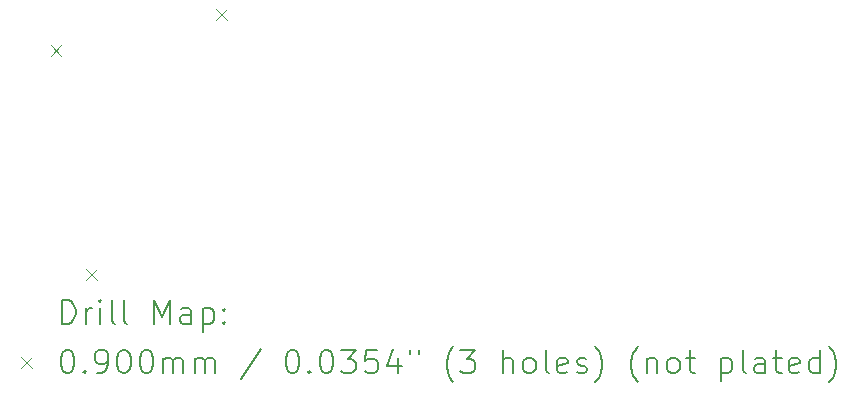
<source format=gbr>
%TF.GenerationSoftware,KiCad,Pcbnew,6.0.10+dfsg-1~bpo11+1*%
%TF.ProjectId,mag,6d61672e-6b69-4636-9164-5f7063625858,rev?*%
%TF.SameCoordinates,Original*%
%TF.FileFunction,Drillmap*%
%TF.FilePolarity,Positive*%
%FSLAX45Y45*%
G04 Gerber Fmt 4.5, Leading zero omitted, Abs format (unit mm)*
%MOMM*%
%LPD*%
G01*
G04 APERTURE LIST*
%ADD10C,0.200000*%
%ADD11C,0.090000*%
G04 APERTURE END LIST*
D10*
D11*
X12805000Y-10555000D02*
X12895000Y-10645000D01*
X12895000Y-10555000D02*
X12805000Y-10645000D01*
X13105000Y-12455000D02*
X13195000Y-12545000D01*
X13195000Y-12455000D02*
X13105000Y-12545000D01*
X14205000Y-10255000D02*
X14295000Y-10345000D01*
X14295000Y-10255000D02*
X14205000Y-10345000D01*
D10*
X12901619Y-12916476D02*
X12901619Y-12716476D01*
X12949238Y-12716476D01*
X12977809Y-12726000D01*
X12996857Y-12745048D01*
X13006381Y-12764095D01*
X13015905Y-12802190D01*
X13015905Y-12830762D01*
X13006381Y-12868857D01*
X12996857Y-12887905D01*
X12977809Y-12906952D01*
X12949238Y-12916476D01*
X12901619Y-12916476D01*
X13101619Y-12916476D02*
X13101619Y-12783143D01*
X13101619Y-12821238D02*
X13111143Y-12802190D01*
X13120667Y-12792667D01*
X13139714Y-12783143D01*
X13158762Y-12783143D01*
X13225428Y-12916476D02*
X13225428Y-12783143D01*
X13225428Y-12716476D02*
X13215905Y-12726000D01*
X13225428Y-12735524D01*
X13234952Y-12726000D01*
X13225428Y-12716476D01*
X13225428Y-12735524D01*
X13349238Y-12916476D02*
X13330190Y-12906952D01*
X13320667Y-12887905D01*
X13320667Y-12716476D01*
X13454000Y-12916476D02*
X13434952Y-12906952D01*
X13425428Y-12887905D01*
X13425428Y-12716476D01*
X13682571Y-12916476D02*
X13682571Y-12716476D01*
X13749238Y-12859333D01*
X13815905Y-12716476D01*
X13815905Y-12916476D01*
X13996857Y-12916476D02*
X13996857Y-12811714D01*
X13987333Y-12792667D01*
X13968286Y-12783143D01*
X13930190Y-12783143D01*
X13911143Y-12792667D01*
X13996857Y-12906952D02*
X13977809Y-12916476D01*
X13930190Y-12916476D01*
X13911143Y-12906952D01*
X13901619Y-12887905D01*
X13901619Y-12868857D01*
X13911143Y-12849809D01*
X13930190Y-12840286D01*
X13977809Y-12840286D01*
X13996857Y-12830762D01*
X14092095Y-12783143D02*
X14092095Y-12983143D01*
X14092095Y-12792667D02*
X14111143Y-12783143D01*
X14149238Y-12783143D01*
X14168286Y-12792667D01*
X14177809Y-12802190D01*
X14187333Y-12821238D01*
X14187333Y-12878381D01*
X14177809Y-12897428D01*
X14168286Y-12906952D01*
X14149238Y-12916476D01*
X14111143Y-12916476D01*
X14092095Y-12906952D01*
X14273048Y-12897428D02*
X14282571Y-12906952D01*
X14273048Y-12916476D01*
X14263524Y-12906952D01*
X14273048Y-12897428D01*
X14273048Y-12916476D01*
X14273048Y-12792667D02*
X14282571Y-12802190D01*
X14273048Y-12811714D01*
X14263524Y-12802190D01*
X14273048Y-12792667D01*
X14273048Y-12811714D01*
D11*
X12554000Y-13201000D02*
X12644000Y-13291000D01*
X12644000Y-13201000D02*
X12554000Y-13291000D01*
D10*
X12939714Y-13136476D02*
X12958762Y-13136476D01*
X12977809Y-13146000D01*
X12987333Y-13155524D01*
X12996857Y-13174571D01*
X13006381Y-13212667D01*
X13006381Y-13260286D01*
X12996857Y-13298381D01*
X12987333Y-13317428D01*
X12977809Y-13326952D01*
X12958762Y-13336476D01*
X12939714Y-13336476D01*
X12920667Y-13326952D01*
X12911143Y-13317428D01*
X12901619Y-13298381D01*
X12892095Y-13260286D01*
X12892095Y-13212667D01*
X12901619Y-13174571D01*
X12911143Y-13155524D01*
X12920667Y-13146000D01*
X12939714Y-13136476D01*
X13092095Y-13317428D02*
X13101619Y-13326952D01*
X13092095Y-13336476D01*
X13082571Y-13326952D01*
X13092095Y-13317428D01*
X13092095Y-13336476D01*
X13196857Y-13336476D02*
X13234952Y-13336476D01*
X13254000Y-13326952D01*
X13263524Y-13317428D01*
X13282571Y-13288857D01*
X13292095Y-13250762D01*
X13292095Y-13174571D01*
X13282571Y-13155524D01*
X13273048Y-13146000D01*
X13254000Y-13136476D01*
X13215905Y-13136476D01*
X13196857Y-13146000D01*
X13187333Y-13155524D01*
X13177809Y-13174571D01*
X13177809Y-13222190D01*
X13187333Y-13241238D01*
X13196857Y-13250762D01*
X13215905Y-13260286D01*
X13254000Y-13260286D01*
X13273048Y-13250762D01*
X13282571Y-13241238D01*
X13292095Y-13222190D01*
X13415905Y-13136476D02*
X13434952Y-13136476D01*
X13454000Y-13146000D01*
X13463524Y-13155524D01*
X13473048Y-13174571D01*
X13482571Y-13212667D01*
X13482571Y-13260286D01*
X13473048Y-13298381D01*
X13463524Y-13317428D01*
X13454000Y-13326952D01*
X13434952Y-13336476D01*
X13415905Y-13336476D01*
X13396857Y-13326952D01*
X13387333Y-13317428D01*
X13377809Y-13298381D01*
X13368286Y-13260286D01*
X13368286Y-13212667D01*
X13377809Y-13174571D01*
X13387333Y-13155524D01*
X13396857Y-13146000D01*
X13415905Y-13136476D01*
X13606381Y-13136476D02*
X13625428Y-13136476D01*
X13644476Y-13146000D01*
X13654000Y-13155524D01*
X13663524Y-13174571D01*
X13673048Y-13212667D01*
X13673048Y-13260286D01*
X13663524Y-13298381D01*
X13654000Y-13317428D01*
X13644476Y-13326952D01*
X13625428Y-13336476D01*
X13606381Y-13336476D01*
X13587333Y-13326952D01*
X13577809Y-13317428D01*
X13568286Y-13298381D01*
X13558762Y-13260286D01*
X13558762Y-13212667D01*
X13568286Y-13174571D01*
X13577809Y-13155524D01*
X13587333Y-13146000D01*
X13606381Y-13136476D01*
X13758762Y-13336476D02*
X13758762Y-13203143D01*
X13758762Y-13222190D02*
X13768286Y-13212667D01*
X13787333Y-13203143D01*
X13815905Y-13203143D01*
X13834952Y-13212667D01*
X13844476Y-13231714D01*
X13844476Y-13336476D01*
X13844476Y-13231714D02*
X13854000Y-13212667D01*
X13873048Y-13203143D01*
X13901619Y-13203143D01*
X13920667Y-13212667D01*
X13930190Y-13231714D01*
X13930190Y-13336476D01*
X14025428Y-13336476D02*
X14025428Y-13203143D01*
X14025428Y-13222190D02*
X14034952Y-13212667D01*
X14054000Y-13203143D01*
X14082571Y-13203143D01*
X14101619Y-13212667D01*
X14111143Y-13231714D01*
X14111143Y-13336476D01*
X14111143Y-13231714D02*
X14120667Y-13212667D01*
X14139714Y-13203143D01*
X14168286Y-13203143D01*
X14187333Y-13212667D01*
X14196857Y-13231714D01*
X14196857Y-13336476D01*
X14587333Y-13126952D02*
X14415905Y-13384095D01*
X14844476Y-13136476D02*
X14863524Y-13136476D01*
X14882571Y-13146000D01*
X14892095Y-13155524D01*
X14901619Y-13174571D01*
X14911143Y-13212667D01*
X14911143Y-13260286D01*
X14901619Y-13298381D01*
X14892095Y-13317428D01*
X14882571Y-13326952D01*
X14863524Y-13336476D01*
X14844476Y-13336476D01*
X14825428Y-13326952D01*
X14815905Y-13317428D01*
X14806381Y-13298381D01*
X14796857Y-13260286D01*
X14796857Y-13212667D01*
X14806381Y-13174571D01*
X14815905Y-13155524D01*
X14825428Y-13146000D01*
X14844476Y-13136476D01*
X14996857Y-13317428D02*
X15006381Y-13326952D01*
X14996857Y-13336476D01*
X14987333Y-13326952D01*
X14996857Y-13317428D01*
X14996857Y-13336476D01*
X15130190Y-13136476D02*
X15149238Y-13136476D01*
X15168286Y-13146000D01*
X15177809Y-13155524D01*
X15187333Y-13174571D01*
X15196857Y-13212667D01*
X15196857Y-13260286D01*
X15187333Y-13298381D01*
X15177809Y-13317428D01*
X15168286Y-13326952D01*
X15149238Y-13336476D01*
X15130190Y-13336476D01*
X15111143Y-13326952D01*
X15101619Y-13317428D01*
X15092095Y-13298381D01*
X15082571Y-13260286D01*
X15082571Y-13212667D01*
X15092095Y-13174571D01*
X15101619Y-13155524D01*
X15111143Y-13146000D01*
X15130190Y-13136476D01*
X15263524Y-13136476D02*
X15387333Y-13136476D01*
X15320667Y-13212667D01*
X15349238Y-13212667D01*
X15368286Y-13222190D01*
X15377809Y-13231714D01*
X15387333Y-13250762D01*
X15387333Y-13298381D01*
X15377809Y-13317428D01*
X15368286Y-13326952D01*
X15349238Y-13336476D01*
X15292095Y-13336476D01*
X15273048Y-13326952D01*
X15263524Y-13317428D01*
X15568286Y-13136476D02*
X15473048Y-13136476D01*
X15463524Y-13231714D01*
X15473048Y-13222190D01*
X15492095Y-13212667D01*
X15539714Y-13212667D01*
X15558762Y-13222190D01*
X15568286Y-13231714D01*
X15577809Y-13250762D01*
X15577809Y-13298381D01*
X15568286Y-13317428D01*
X15558762Y-13326952D01*
X15539714Y-13336476D01*
X15492095Y-13336476D01*
X15473048Y-13326952D01*
X15463524Y-13317428D01*
X15749238Y-13203143D02*
X15749238Y-13336476D01*
X15701619Y-13126952D02*
X15654000Y-13269809D01*
X15777809Y-13269809D01*
X15844476Y-13136476D02*
X15844476Y-13174571D01*
X15920667Y-13136476D02*
X15920667Y-13174571D01*
X16215905Y-13412667D02*
X16206381Y-13403143D01*
X16187333Y-13374571D01*
X16177809Y-13355524D01*
X16168286Y-13326952D01*
X16158762Y-13279333D01*
X16158762Y-13241238D01*
X16168286Y-13193619D01*
X16177809Y-13165048D01*
X16187333Y-13146000D01*
X16206381Y-13117428D01*
X16215905Y-13107905D01*
X16273048Y-13136476D02*
X16396857Y-13136476D01*
X16330190Y-13212667D01*
X16358762Y-13212667D01*
X16377809Y-13222190D01*
X16387333Y-13231714D01*
X16396857Y-13250762D01*
X16396857Y-13298381D01*
X16387333Y-13317428D01*
X16377809Y-13326952D01*
X16358762Y-13336476D01*
X16301619Y-13336476D01*
X16282571Y-13326952D01*
X16273048Y-13317428D01*
X16634952Y-13336476D02*
X16634952Y-13136476D01*
X16720667Y-13336476D02*
X16720667Y-13231714D01*
X16711143Y-13212667D01*
X16692095Y-13203143D01*
X16663524Y-13203143D01*
X16644476Y-13212667D01*
X16634952Y-13222190D01*
X16844476Y-13336476D02*
X16825429Y-13326952D01*
X16815905Y-13317428D01*
X16806381Y-13298381D01*
X16806381Y-13241238D01*
X16815905Y-13222190D01*
X16825429Y-13212667D01*
X16844476Y-13203143D01*
X16873048Y-13203143D01*
X16892095Y-13212667D01*
X16901619Y-13222190D01*
X16911143Y-13241238D01*
X16911143Y-13298381D01*
X16901619Y-13317428D01*
X16892095Y-13326952D01*
X16873048Y-13336476D01*
X16844476Y-13336476D01*
X17025429Y-13336476D02*
X17006381Y-13326952D01*
X16996857Y-13307905D01*
X16996857Y-13136476D01*
X17177810Y-13326952D02*
X17158762Y-13336476D01*
X17120667Y-13336476D01*
X17101619Y-13326952D01*
X17092095Y-13307905D01*
X17092095Y-13231714D01*
X17101619Y-13212667D01*
X17120667Y-13203143D01*
X17158762Y-13203143D01*
X17177810Y-13212667D01*
X17187333Y-13231714D01*
X17187333Y-13250762D01*
X17092095Y-13269809D01*
X17263524Y-13326952D02*
X17282571Y-13336476D01*
X17320667Y-13336476D01*
X17339714Y-13326952D01*
X17349238Y-13307905D01*
X17349238Y-13298381D01*
X17339714Y-13279333D01*
X17320667Y-13269809D01*
X17292095Y-13269809D01*
X17273048Y-13260286D01*
X17263524Y-13241238D01*
X17263524Y-13231714D01*
X17273048Y-13212667D01*
X17292095Y-13203143D01*
X17320667Y-13203143D01*
X17339714Y-13212667D01*
X17415905Y-13412667D02*
X17425429Y-13403143D01*
X17444476Y-13374571D01*
X17454000Y-13355524D01*
X17463524Y-13326952D01*
X17473048Y-13279333D01*
X17473048Y-13241238D01*
X17463524Y-13193619D01*
X17454000Y-13165048D01*
X17444476Y-13146000D01*
X17425429Y-13117428D01*
X17415905Y-13107905D01*
X17777810Y-13412667D02*
X17768286Y-13403143D01*
X17749238Y-13374571D01*
X17739714Y-13355524D01*
X17730190Y-13326952D01*
X17720667Y-13279333D01*
X17720667Y-13241238D01*
X17730190Y-13193619D01*
X17739714Y-13165048D01*
X17749238Y-13146000D01*
X17768286Y-13117428D01*
X17777810Y-13107905D01*
X17854000Y-13203143D02*
X17854000Y-13336476D01*
X17854000Y-13222190D02*
X17863524Y-13212667D01*
X17882571Y-13203143D01*
X17911143Y-13203143D01*
X17930190Y-13212667D01*
X17939714Y-13231714D01*
X17939714Y-13336476D01*
X18063524Y-13336476D02*
X18044476Y-13326952D01*
X18034952Y-13317428D01*
X18025429Y-13298381D01*
X18025429Y-13241238D01*
X18034952Y-13222190D01*
X18044476Y-13212667D01*
X18063524Y-13203143D01*
X18092095Y-13203143D01*
X18111143Y-13212667D01*
X18120667Y-13222190D01*
X18130190Y-13241238D01*
X18130190Y-13298381D01*
X18120667Y-13317428D01*
X18111143Y-13326952D01*
X18092095Y-13336476D01*
X18063524Y-13336476D01*
X18187333Y-13203143D02*
X18263524Y-13203143D01*
X18215905Y-13136476D02*
X18215905Y-13307905D01*
X18225429Y-13326952D01*
X18244476Y-13336476D01*
X18263524Y-13336476D01*
X18482571Y-13203143D02*
X18482571Y-13403143D01*
X18482571Y-13212667D02*
X18501619Y-13203143D01*
X18539714Y-13203143D01*
X18558762Y-13212667D01*
X18568286Y-13222190D01*
X18577810Y-13241238D01*
X18577810Y-13298381D01*
X18568286Y-13317428D01*
X18558762Y-13326952D01*
X18539714Y-13336476D01*
X18501619Y-13336476D01*
X18482571Y-13326952D01*
X18692095Y-13336476D02*
X18673048Y-13326952D01*
X18663524Y-13307905D01*
X18663524Y-13136476D01*
X18854000Y-13336476D02*
X18854000Y-13231714D01*
X18844476Y-13212667D01*
X18825429Y-13203143D01*
X18787333Y-13203143D01*
X18768286Y-13212667D01*
X18854000Y-13326952D02*
X18834952Y-13336476D01*
X18787333Y-13336476D01*
X18768286Y-13326952D01*
X18758762Y-13307905D01*
X18758762Y-13288857D01*
X18768286Y-13269809D01*
X18787333Y-13260286D01*
X18834952Y-13260286D01*
X18854000Y-13250762D01*
X18920667Y-13203143D02*
X18996857Y-13203143D01*
X18949238Y-13136476D02*
X18949238Y-13307905D01*
X18958762Y-13326952D01*
X18977810Y-13336476D01*
X18996857Y-13336476D01*
X19139714Y-13326952D02*
X19120667Y-13336476D01*
X19082571Y-13336476D01*
X19063524Y-13326952D01*
X19054000Y-13307905D01*
X19054000Y-13231714D01*
X19063524Y-13212667D01*
X19082571Y-13203143D01*
X19120667Y-13203143D01*
X19139714Y-13212667D01*
X19149238Y-13231714D01*
X19149238Y-13250762D01*
X19054000Y-13269809D01*
X19320667Y-13336476D02*
X19320667Y-13136476D01*
X19320667Y-13326952D02*
X19301619Y-13336476D01*
X19263524Y-13336476D01*
X19244476Y-13326952D01*
X19234952Y-13317428D01*
X19225429Y-13298381D01*
X19225429Y-13241238D01*
X19234952Y-13222190D01*
X19244476Y-13212667D01*
X19263524Y-13203143D01*
X19301619Y-13203143D01*
X19320667Y-13212667D01*
X19396857Y-13412667D02*
X19406381Y-13403143D01*
X19425429Y-13374571D01*
X19434952Y-13355524D01*
X19444476Y-13326952D01*
X19454000Y-13279333D01*
X19454000Y-13241238D01*
X19444476Y-13193619D01*
X19434952Y-13165048D01*
X19425429Y-13146000D01*
X19406381Y-13117428D01*
X19396857Y-13107905D01*
M02*

</source>
